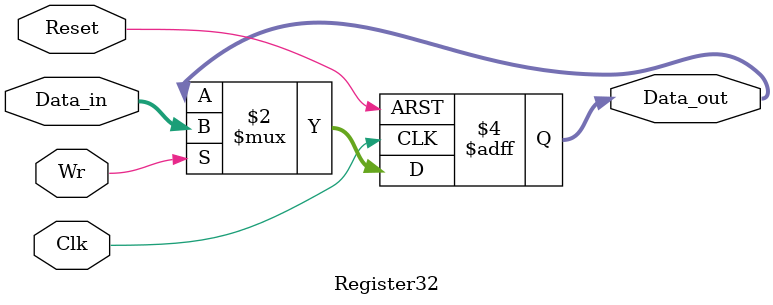
<source format=v>
`timescale 1ns / 1ps
module Register32(
input [31:0] Data_in,
output reg[31:0] Data_out,
input Wr, //Sync.
input Reset, //Async.
input Clk
    );
always @(posedge Clk or posedge Reset)
begin
   if (Reset)
      Data_out <= 32'b0;
   else if (Wr)
      Data_out <= Data_in;
end
endmodule
</source>
